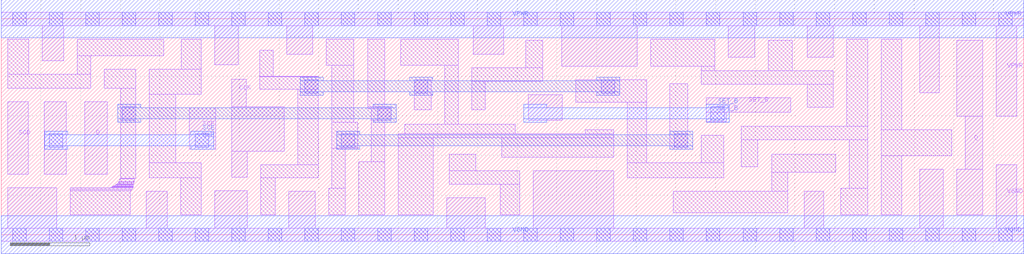
<source format=lef>
# Copyright 2020 The SkyWater PDK Authors
#
# Licensed under the Apache License, Version 2.0 (the "License");
# you may not use this file except in compliance with the License.
# You may obtain a copy of the License at
#
#     https://www.apache.org/licenses/LICENSE-2.0
#
# Unless required by applicable law or agreed to in writing, software
# distributed under the License is distributed on an "AS IS" BASIS,
# WITHOUT WARRANTIES OR CONDITIONS OF ANY KIND, either express or implied.
# See the License for the specific language governing permissions and
# limitations under the License.
#
# SPDX-License-Identifier: Apache-2.0

VERSION 5.7 ;
  NAMESCASESENSITIVE ON ;
  NOWIREEXTENSIONATPIN ON ;
  DIVIDERCHAR "/" ;
  BUSBITCHARS "[]" ;
UNITS
  DATABASE MICRONS 200 ;
END UNITS
MACRO sky130_fd_sc_hd__sdfstp_2
  CLASS CORE ;
  SOURCE USER ;
  FOREIGN sky130_fd_sc_hd__sdfstp_2 ;
  ORIGIN  0.000000  0.000000 ;
  SIZE  12.88000 BY  2.720000 ;
  SYMMETRY X Y R90 ;
  SITE unithd ;
  PIN D
    ANTENNAGATEAREA  0.159000 ;
    DIRECTION INPUT ;
    USE SIGNAL ;
    PORT
      LAYER li1 ;
        RECT 1.050000 0.765000 1.335000 1.675000 ;
    END
  END D
  PIN Q
    ANTENNADIFFAREA  0.519750 ;
    DIRECTION OUTPUT ;
    USE SIGNAL ;
    PORT
      LAYER li1 ;
        RECT 12.035000 0.255000 12.365000 0.825000 ;
        RECT 12.035000 1.495000 12.365000 2.450000 ;
        RECT 12.145000 0.825000 12.365000 1.495000 ;
    END
  END Q
  PIN SCD
    ANTENNAGATEAREA  0.159000 ;
    DIRECTION INPUT ;
    USE SIGNAL ;
    PORT
      LAYER li1 ;
        RECT 0.085000 0.765000 0.340000 1.675000 ;
    END
  END SCD
  PIN SCE
    ANTENNAGATEAREA  0.318000 ;
    DIRECTION INPUT ;
    USE SIGNAL ;
    PORT
      LAYER li1 ;
        RECT 0.540000 0.765000 0.820000 1.675000 ;
        RECT 2.370000 1.075000 2.700000 1.600000 ;
      LAYER mcon ;
        RECT 0.605000 1.105000 0.775000 1.275000 ;
        RECT 2.445000 1.105000 2.615000 1.275000 ;
      LAYER met1 ;
        RECT 0.545000 1.075000 0.835000 1.120000 ;
        RECT 0.545000 1.120000 2.675000 1.260000 ;
        RECT 0.545000 1.260000 0.835000 1.305000 ;
        RECT 2.385000 1.075000 2.675000 1.120000 ;
        RECT 2.385000 1.260000 2.675000 1.305000 ;
    END
  END SCE
  PIN SET_B
    ANTENNAGATEAREA  0.252000 ;
    DIRECTION INPUT ;
    USE SIGNAL ;
    PORT
      LAYER li1 ;
        RECT 6.640000 1.445000 7.065000 1.765000 ;
        RECT 8.880000 1.425000 9.135000 1.545000 ;
        RECT 8.880000 1.545000 9.945000 1.725000 ;
      LAYER mcon ;
        RECT 8.940000 1.445000 9.110000 1.615000 ;
      LAYER met1 ;
        RECT 6.580000 1.415000 6.870000 1.460000 ;
        RECT 6.580000 1.460000 9.170000 1.600000 ;
        RECT 6.580000 1.600000 6.870000 1.645000 ;
        RECT 8.880000 1.415000 9.170000 1.460000 ;
        RECT 8.880000 1.600000 9.170000 1.645000 ;
    END
  END SET_B
  PIN CLK
    ANTENNAGATEAREA  0.159000 ;
    DIRECTION INPUT ;
    USE CLOCK ;
    PORT
      LAYER li1 ;
        RECT 2.905000 0.725000 3.100000 1.055000 ;
        RECT 2.905000 1.055000 3.565000 1.615000 ;
        RECT 2.905000 1.615000 3.085000 1.960000 ;
    END
  END CLK
  PIN VGND
    DIRECTION INOUT ;
    SHAPE ABUTMENT ;
    USE GROUND ;
    PORT
      LAYER li1 ;
        RECT  0.000000 -0.085000 12.880000 0.085000 ;
        RECT  0.085000  0.085000  0.700000 0.595000 ;
        RECT  1.825000  0.085000  2.090000 0.545000 ;
        RECT  2.690000  0.085000  3.100000 0.555000 ;
        RECT  3.625000  0.085000  3.955000 0.545000 ;
        RECT  5.610000  0.085000  6.095000 0.465000 ;
        RECT  6.705000  0.085000  7.715000 0.805000 ;
        RECT 10.115000  0.085000 10.365000 0.545000 ;
        RECT 11.570000  0.085000 11.865000 0.825000 ;
        RECT 12.535000  0.085000 12.795000 0.885000 ;
      LAYER mcon ;
        RECT  0.145000 -0.085000  0.315000 0.085000 ;
        RECT  0.605000 -0.085000  0.775000 0.085000 ;
        RECT  1.065000 -0.085000  1.235000 0.085000 ;
        RECT  1.525000 -0.085000  1.695000 0.085000 ;
        RECT  1.985000 -0.085000  2.155000 0.085000 ;
        RECT  2.445000 -0.085000  2.615000 0.085000 ;
        RECT  2.905000 -0.085000  3.075000 0.085000 ;
        RECT  3.365000 -0.085000  3.535000 0.085000 ;
        RECT  3.825000 -0.085000  3.995000 0.085000 ;
        RECT  4.285000 -0.085000  4.455000 0.085000 ;
        RECT  4.745000 -0.085000  4.915000 0.085000 ;
        RECT  5.205000 -0.085000  5.375000 0.085000 ;
        RECT  5.665000 -0.085000  5.835000 0.085000 ;
        RECT  6.125000 -0.085000  6.295000 0.085000 ;
        RECT  6.585000 -0.085000  6.755000 0.085000 ;
        RECT  7.045000 -0.085000  7.215000 0.085000 ;
        RECT  7.505000 -0.085000  7.675000 0.085000 ;
        RECT  7.965000 -0.085000  8.135000 0.085000 ;
        RECT  8.425000 -0.085000  8.595000 0.085000 ;
        RECT  8.885000 -0.085000  9.055000 0.085000 ;
        RECT  9.345000 -0.085000  9.515000 0.085000 ;
        RECT  9.805000 -0.085000  9.975000 0.085000 ;
        RECT 10.265000 -0.085000 10.435000 0.085000 ;
        RECT 10.725000 -0.085000 10.895000 0.085000 ;
        RECT 11.185000 -0.085000 11.355000 0.085000 ;
        RECT 11.645000 -0.085000 11.815000 0.085000 ;
        RECT 12.105000 -0.085000 12.275000 0.085000 ;
        RECT 12.565000 -0.085000 12.735000 0.085000 ;
      LAYER met1 ;
        RECT 0.000000 -0.240000 12.880000 0.240000 ;
    END
  END VGND
  PIN VPWR
    DIRECTION INOUT ;
    SHAPE ABUTMENT ;
    USE POWER ;
    PORT
      LAYER li1 ;
        RECT  0.000000 2.635000 12.880000 2.805000 ;
        RECT  0.515000 2.195000  0.785000 2.635000 ;
        RECT  2.690000 2.140000  2.985000 2.635000 ;
        RECT  3.595000 2.275000  3.925000 2.635000 ;
        RECT  5.945000 2.275000  6.330000 2.635000 ;
        RECT  7.060000 2.125000  8.015000 2.635000 ;
        RECT  9.160000 2.235000  9.490000 2.635000 ;
        RECT 10.155000 2.235000 10.485000 2.635000 ;
        RECT 11.570000 1.790000 11.820000 2.635000 ;
        RECT 12.535000 1.495000 12.795000 2.635000 ;
      LAYER mcon ;
        RECT  0.145000 2.635000  0.315000 2.805000 ;
        RECT  0.605000 2.635000  0.775000 2.805000 ;
        RECT  1.065000 2.635000  1.235000 2.805000 ;
        RECT  1.525000 2.635000  1.695000 2.805000 ;
        RECT  1.985000 2.635000  2.155000 2.805000 ;
        RECT  2.445000 2.635000  2.615000 2.805000 ;
        RECT  2.905000 2.635000  3.075000 2.805000 ;
        RECT  3.365000 2.635000  3.535000 2.805000 ;
        RECT  3.825000 2.635000  3.995000 2.805000 ;
        RECT  4.285000 2.635000  4.455000 2.805000 ;
        RECT  4.745000 2.635000  4.915000 2.805000 ;
        RECT  5.205000 2.635000  5.375000 2.805000 ;
        RECT  5.665000 2.635000  5.835000 2.805000 ;
        RECT  6.125000 2.635000  6.295000 2.805000 ;
        RECT  6.585000 2.635000  6.755000 2.805000 ;
        RECT  7.045000 2.635000  7.215000 2.805000 ;
        RECT  7.505000 2.635000  7.675000 2.805000 ;
        RECT  7.965000 2.635000  8.135000 2.805000 ;
        RECT  8.425000 2.635000  8.595000 2.805000 ;
        RECT  8.885000 2.635000  9.055000 2.805000 ;
        RECT  9.345000 2.635000  9.515000 2.805000 ;
        RECT  9.805000 2.635000  9.975000 2.805000 ;
        RECT 10.265000 2.635000 10.435000 2.805000 ;
        RECT 10.725000 2.635000 10.895000 2.805000 ;
        RECT 11.185000 2.635000 11.355000 2.805000 ;
        RECT 11.645000 2.635000 11.815000 2.805000 ;
        RECT 12.105000 2.635000 12.275000 2.805000 ;
        RECT 12.565000 2.635000 12.735000 2.805000 ;
      LAYER met1 ;
        RECT 0.000000 2.480000 12.880000 2.960000 ;
    END
  END VPWR
  OBS
    LAYER li1 ;
      RECT  0.085000 1.845000  1.125000 2.025000 ;
      RECT  0.085000 2.025000  0.345000 2.465000 ;
      RECT  0.870000 0.255000  1.625000 0.555000 ;
      RECT  0.870000 0.555000  1.640000 0.575000 ;
      RECT  0.870000 0.575000  1.650000 0.595000 ;
      RECT  0.955000 2.025000  1.125000 2.255000 ;
      RECT  0.955000 2.255000  2.045000 2.465000 ;
      RECT  1.295000 1.845000  1.695000 2.085000 ;
      RECT  1.380000 0.595000  1.660000 0.600000 ;
      RECT  1.395000 0.600000  1.660000 0.605000 ;
      RECT  1.405000 0.605000  1.660000 0.610000 ;
      RECT  1.420000 0.610000  1.660000 0.615000 ;
      RECT  1.430000 0.615000  1.660000 0.620000 ;
      RECT  1.440000 0.620000  1.665000 0.630000 ;
      RECT  1.445000 0.630000  1.665000 0.635000 ;
      RECT  1.460000 0.635000  1.665000 0.645000 ;
      RECT  1.475000 0.645000  1.670000 0.660000 ;
      RECT  1.475000 0.660000  1.675000 0.665000 ;
      RECT  1.495000 0.665000  1.675000 0.705000 ;
      RECT  1.505000 0.705000  1.675000 0.710000 ;
      RECT  1.505000 0.710000  1.695000 1.845000 ;
      RECT  1.865000 0.715000  2.520000 0.905000 ;
      RECT  1.865000 0.905000  2.200000 1.770000 ;
      RECT  1.865000 1.770000  2.520000 2.085000 ;
      RECT  2.260000 0.255000  2.520000 0.715000 ;
      RECT  2.270000 2.085000  2.520000 2.465000 ;
      RECT  3.255000 1.830000  3.995000 1.990000 ;
      RECT  3.255000 1.990000  3.985000 2.000000 ;
      RECT  3.255000 2.000000  3.425000 2.325000 ;
      RECT  3.270000 0.255000  3.455000 0.715000 ;
      RECT  3.270000 0.715000  3.995000 0.885000 ;
      RECT  3.735000 0.885000  3.995000 1.830000 ;
      RECT  4.095000 2.135000  4.440000 2.465000 ;
      RECT  4.125000 0.255000  4.335000 0.585000 ;
      RECT  4.165000 0.585000  4.335000 1.090000 ;
      RECT  4.165000 1.090000  4.490000 1.420000 ;
      RECT  4.165000 1.420000  4.440000 2.135000 ;
      RECT  4.505000 0.255000  4.830000 0.920000 ;
      RECT  4.615000 1.590000  4.915000 1.615000 ;
      RECT  4.615000 1.615000  4.830000 2.465000 ;
      RECT  4.660000 0.920000  4.830000 1.445000 ;
      RECT  4.660000 1.445000  4.915000 1.590000 ;
      RECT  5.000000 0.255000  5.440000 1.225000 ;
      RECT  5.000000 1.225000  7.715000 1.275000 ;
      RECT  5.035000 2.135000  5.755000 2.465000 ;
      RECT  5.085000 1.275000  6.475000 1.395000 ;
      RECT  5.205000 1.575000  5.415000 1.955000 ;
      RECT  5.585000 1.395000  5.755000 2.135000 ;
      RECT  5.645000 0.635000  6.535000 0.805000 ;
      RECT  5.645000 0.805000  5.975000 1.015000 ;
      RECT  5.925000 1.575000  6.095000 1.935000 ;
      RECT  5.925000 1.935000  6.820000 2.105000 ;
      RECT  6.285000 0.255000  6.535000 0.635000 ;
      RECT  6.305000 0.975000  7.715000 1.225000 ;
      RECT  6.605000 2.105000  6.820000 2.450000 ;
      RECT  7.235000 1.670000  8.135000 1.955000 ;
      RECT  7.355000 1.275000  7.715000 1.325000 ;
      RECT  7.885000 0.720000  9.105000 0.905000 ;
      RECT  7.885000 0.905000  8.135000 1.670000 ;
      RECT  8.185000 2.125000  8.990000 2.460000 ;
      RECT  8.425000 1.075000  8.650000 1.905000 ;
      RECT  8.465000 0.275000  9.910000 0.545000 ;
      RECT  8.820000 0.905000  9.105000 1.255000 ;
      RECT  8.820000 1.895000 10.485000 2.065000 ;
      RECT  8.820000 2.065000  8.990000 2.125000 ;
      RECT  9.320000 0.855000  9.530000 1.195000 ;
      RECT  9.320000 1.195000 10.915000 1.365000 ;
      RECT  9.660000 2.065000  9.965000 2.450000 ;
      RECT  9.710000 0.545000  9.910000 0.785000 ;
      RECT  9.710000 0.785000 10.515000 1.015000 ;
      RECT 10.155000 1.605000 10.485000 1.895000 ;
      RECT 10.575000 0.255000 10.915000 0.585000 ;
      RECT 10.655000 1.365000 10.915000 2.465000 ;
      RECT 10.685000 0.585000 10.915000 1.195000 ;
      RECT 11.085000 0.255000 11.345000 0.995000 ;
      RECT 11.085000 0.995000 11.975000 1.325000 ;
      RECT 11.085000 1.325000 11.345000 2.465000 ;
    LAYER mcon ;
      RECT 1.525000 1.445000 1.695000 1.615000 ;
      RECT 3.825000 1.785000 3.995000 1.955000 ;
      RECT 4.285000 1.105000 4.455000 1.275000 ;
      RECT 4.745000 1.445000 4.915000 1.615000 ;
      RECT 5.205000 1.785000 5.375000 1.955000 ;
      RECT 7.560000 1.785000 7.730000 1.955000 ;
      RECT 8.480000 1.105000 8.650000 1.275000 ;
    LAYER met1 ;
      RECT 1.465000 1.415000 1.755000 1.460000 ;
      RECT 1.465000 1.460000 4.975000 1.600000 ;
      RECT 1.465000 1.600000 1.755000 1.645000 ;
      RECT 3.765000 1.755000 4.055000 1.800000 ;
      RECT 3.765000 1.800000 7.790000 1.940000 ;
      RECT 3.765000 1.940000 4.055000 1.985000 ;
      RECT 4.225000 1.075000 4.515000 1.120000 ;
      RECT 4.225000 1.120000 8.710000 1.260000 ;
      RECT 4.225000 1.260000 4.515000 1.305000 ;
      RECT 4.685000 1.415000 4.975000 1.460000 ;
      RECT 4.685000 1.600000 4.975000 1.645000 ;
      RECT 5.145000 1.755000 5.435000 1.800000 ;
      RECT 5.145000 1.940000 5.435000 1.985000 ;
      RECT 7.500000 1.755000 7.790000 1.800000 ;
      RECT 7.500000 1.940000 7.790000 1.985000 ;
      RECT 8.420000 1.075000 8.710000 1.120000 ;
      RECT 8.420000 1.260000 8.710000 1.305000 ;
  END
END sky130_fd_sc_hd__sdfstp_2

</source>
